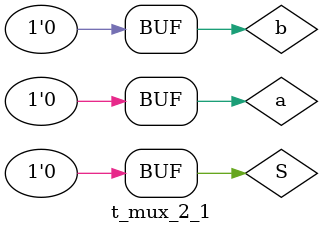
<source format=v>
module t_mux_2_1;
  wire out;
  reg a, b, S;

  mux_2_1 S1(out, a, b, S );
  initial begin
    S = 0; a = 0; b = 0;
    #50
    S = 0; a = 0; b = 1;
    #50
    S = 0; a = 1; b = 0;
    #50
    S = 0; a = 1; b = 1;
    #50
    S = 1; a = 0; b = 0;
    #50
    S = 1; a = 0; b = 1;
    #50
    S = 1; a = 1; b = 0;
    #50
    S = 1; a = 1; b = 1;
    #50
    S = 0; a = 0; b = 0;
  end
  initial
  $monitor("| S = %b | A = %b | B = %b | out = %b | time = %0d |", S, a, b, out, $time);
endmodule

</source>
